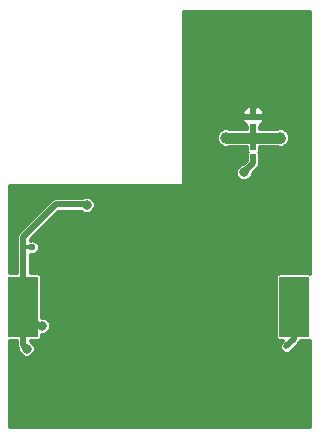
<source format=gbr>
G04 #@! TF.FileFunction,Copper,L2,Bot,Signal*
%FSLAX46Y46*%
G04 Gerber Fmt 4.6, Leading zero omitted, Abs format (unit mm)*
G04 Created by KiCad (PCBNEW 4.0.7-e2-6376~58~ubuntu16.04.1) date Sat Jul  7 10:01:01 2018*
%MOMM*%
%LPD*%
G01*
G04 APERTURE LIST*
%ADD10C,0.100000*%
%ADD11R,0.500000X0.500000*%
%ADD12C,17.800000*%
%ADD13R,2.500000X5.100000*%
%ADD14C,0.800000*%
%ADD15C,0.600000*%
%ADD16C,0.508000*%
%ADD17C,1.000000*%
%ADD18C,0.500000*%
%ADD19C,0.300000*%
%ADD20C,0.152400*%
%ADD21C,0.900000*%
%ADD22C,0.254000*%
G04 APERTURE END LIST*
D10*
D11*
X159540000Y-85160000D03*
X159540000Y-86080000D03*
X159540000Y-88660000D03*
X159540000Y-87740000D03*
D12*
X151550000Y-101310000D03*
D13*
X140100000Y-101310000D03*
X163000000Y-101310000D03*
D14*
X141705000Y-102895000D03*
D15*
X140855000Y-96270000D03*
D14*
X145450000Y-92670000D03*
D16*
X162360000Y-104640000D03*
D14*
X140370000Y-104850000D03*
X158770000Y-89930000D03*
D15*
X141080000Y-95470000D03*
X143080000Y-95470000D03*
X143080000Y-93470000D03*
D17*
X140830000Y-91470000D03*
D15*
X139080000Y-91470000D03*
D17*
X142830000Y-91470000D03*
X144830000Y-91470000D03*
X146830000Y-91470000D03*
X148830000Y-91470000D03*
X150830000Y-91470000D03*
X152830000Y-91470000D03*
X154080000Y-90720000D03*
X154080000Y-88720000D03*
X154080000Y-86720000D03*
X154080000Y-84720000D03*
X154080000Y-82720000D03*
D15*
X140830000Y-93470000D03*
X139080000Y-96220000D03*
X139080000Y-93470000D03*
X143005000Y-105320000D03*
X142680000Y-103070000D03*
X162080000Y-89720000D03*
X162690000Y-93910000D03*
X160390000Y-96300000D03*
X161080000Y-100220000D03*
X161080000Y-102220000D03*
X161080000Y-103880000D03*
X155110000Y-102760000D03*
X150460000Y-94720000D03*
X160400000Y-94020000D03*
X162080000Y-91970000D03*
X159830000Y-90130000D03*
D17*
X154110000Y-80290000D03*
D15*
X158080000Y-87950000D03*
X157830000Y-97220000D03*
X163830000Y-104470000D03*
X162080000Y-105720000D03*
X160330000Y-106220000D03*
X157830000Y-100470000D03*
X144330000Y-107970000D03*
X141330000Y-107470000D03*
X139080000Y-104470000D03*
X145120000Y-102870000D03*
X145120000Y-99310000D03*
X155080000Y-94720000D03*
X145130000Y-94770000D03*
X151550000Y-101310000D03*
X157830000Y-92720000D03*
X164130000Y-90970000D03*
X164130000Y-92970000D03*
X162330000Y-96470000D03*
X161080000Y-98220000D03*
X162330000Y-98220000D03*
X163830000Y-98220000D03*
X163830000Y-96470000D03*
X163830000Y-94970000D03*
X155830000Y-86220000D03*
X155830000Y-84220000D03*
X155830000Y-82220000D03*
X162830000Y-87970000D03*
X163830000Y-88970000D03*
X163830000Y-86970000D03*
X163830000Y-84970000D03*
X161830000Y-82970000D03*
X163830000Y-82970000D03*
X163830000Y-80970000D03*
X161830000Y-80970000D03*
X161830000Y-78970000D03*
X163830000Y-78970000D03*
X163830000Y-76970000D03*
X161830000Y-76970000D03*
D17*
X157770000Y-85400000D03*
X157840000Y-82480000D03*
X156330000Y-80220000D03*
D15*
X157970000Y-80020000D03*
D17*
X154380000Y-77050000D03*
X156320000Y-77070000D03*
X158340000Y-77030000D03*
X159970000Y-77980000D03*
X159950000Y-80480000D03*
X159990000Y-82520000D03*
X162220000Y-85760000D03*
X161830000Y-86970000D03*
X157250000Y-86970000D03*
D18*
X141405000Y-102920000D02*
X140100000Y-101615000D01*
X141680000Y-102920000D02*
X141405000Y-102920000D01*
X141705000Y-102895000D02*
X141680000Y-102920000D01*
X140100000Y-101615000D02*
X140100000Y-101310000D01*
D19*
X140100000Y-96270000D02*
X140855000Y-96270000D01*
D18*
X140100000Y-101540000D02*
X140100000Y-101310000D01*
X140100000Y-95370000D02*
X140100000Y-96270000D01*
X140100000Y-96270000D02*
X140100000Y-101310000D01*
X142830000Y-92640000D02*
X140100000Y-95370000D01*
X145420000Y-92640000D02*
X142830000Y-92640000D01*
X145450000Y-92670000D02*
X145420000Y-92640000D01*
X163000000Y-104000000D02*
X163000000Y-101310000D01*
X162360000Y-104640000D02*
X163000000Y-104000000D01*
X140100000Y-104580000D02*
X140100000Y-101310000D01*
X140370000Y-104850000D02*
X140100000Y-104580000D01*
X140100000Y-101310000D02*
X140100000Y-99400000D01*
X159540000Y-89160000D02*
X159540000Y-88660000D01*
X158770000Y-89930000D02*
X159540000Y-89160000D01*
D19*
X143080000Y-93470000D02*
X143080000Y-95470000D01*
X140830000Y-91470000D02*
X139080000Y-91470000D01*
X154110000Y-80290000D02*
X154110000Y-82690000D01*
X144830000Y-91470000D02*
X142830000Y-91470000D01*
X148830000Y-91470000D02*
X146830000Y-91470000D01*
X152830000Y-91470000D02*
X150830000Y-91470000D01*
X154080000Y-88720000D02*
X154080000Y-90720000D01*
X154080000Y-84720000D02*
X154080000Y-86720000D01*
X154110000Y-82690000D02*
X154080000Y-82720000D01*
X139080000Y-93470000D02*
X139080000Y-96220000D01*
X143005000Y-105320000D02*
X147015000Y-101310000D01*
X147015000Y-101310000D02*
X144440000Y-101310000D01*
X144440000Y-101310000D02*
X142680000Y-103070000D01*
X162630000Y-93970000D02*
X162580000Y-93970000D01*
X162690000Y-93910000D02*
X162630000Y-93970000D01*
X161080000Y-100220000D02*
X161080000Y-102220000D01*
X158510000Y-101310000D02*
X151550000Y-101310000D01*
X155110000Y-102760000D02*
X153920000Y-101310000D01*
X150460000Y-94720000D02*
X151550000Y-95810000D01*
D20*
X160400000Y-96290000D02*
X160390000Y-96300000D01*
D19*
X160400000Y-94020000D02*
X160400000Y-96290000D01*
X162080000Y-91970000D02*
X159830000Y-90130000D01*
D20*
X154110000Y-80290000D02*
X156260000Y-80290000D01*
X156260000Y-80290000D02*
X156330000Y-80220000D01*
X155260000Y-80290000D02*
X154110000Y-80290000D01*
X155330000Y-80220000D02*
X155260000Y-80290000D01*
D19*
X157830000Y-97220000D02*
X153740000Y-101310000D01*
X153740000Y-101310000D02*
X151550000Y-101310000D01*
X151550000Y-101310000D02*
X151670000Y-101310000D01*
X151670000Y-101310000D02*
X158580000Y-108220000D01*
X163830000Y-105470000D02*
X163830000Y-104470000D01*
X163580000Y-105720000D02*
X163830000Y-105470000D01*
X162080000Y-105720000D02*
X163580000Y-105720000D01*
X160330000Y-106470000D02*
X160330000Y-106220000D01*
X158580000Y-108220000D02*
X160330000Y-106470000D01*
X157830000Y-100470000D02*
X156990000Y-101310000D01*
X151550000Y-101310000D02*
X151550000Y-101500000D01*
X151550000Y-101500000D02*
X145080000Y-107970000D01*
X141830000Y-107970000D02*
X144330000Y-107970000D01*
X141330000Y-107470000D02*
X141830000Y-107970000D01*
X139080000Y-104720000D02*
X139080000Y-104470000D01*
X142330000Y-107970000D02*
X139080000Y-104720000D01*
X145080000Y-107970000D02*
X142330000Y-107970000D01*
X153920000Y-101310000D02*
X151550000Y-101310000D01*
X145120000Y-102870000D02*
X147490000Y-101310000D01*
X145580000Y-101220000D02*
X145670000Y-101310000D01*
X145120000Y-99310000D02*
X147670000Y-101310000D01*
X145580000Y-97220000D02*
X149670000Y-101310000D01*
X155080000Y-94720000D02*
X151550000Y-98250000D01*
X145130000Y-94770000D02*
X151550000Y-100690000D01*
X143830000Y-97720000D02*
X147420000Y-101310000D01*
X147420000Y-101310000D02*
X151550000Y-101310000D01*
X143830000Y-99470000D02*
X145670000Y-101310000D01*
X145670000Y-101310000D02*
X151550000Y-101310000D01*
X157830000Y-94720000D02*
X157830000Y-92720000D01*
X163830000Y-90670000D02*
X164130000Y-90970000D01*
X163830000Y-88970000D02*
X163830000Y-90670000D01*
X162330000Y-96970000D02*
X162330000Y-96470000D01*
X161080000Y-98220000D02*
X162330000Y-96970000D01*
X163830000Y-98220000D02*
X162330000Y-98220000D01*
X163830000Y-94970000D02*
X163830000Y-96470000D01*
X155830000Y-82220000D02*
X155830000Y-84220000D01*
X163830000Y-88970000D02*
X162830000Y-87970000D01*
X163830000Y-84970000D02*
X163830000Y-86970000D01*
X163830000Y-82970000D02*
X161830000Y-82970000D01*
X161830000Y-80970000D02*
X163830000Y-80970000D01*
X163830000Y-78970000D02*
X161830000Y-78970000D01*
X161830000Y-76970000D02*
X163830000Y-76970000D01*
D20*
X157770000Y-82550000D02*
X157770000Y-85400000D01*
X157840000Y-82480000D02*
X157770000Y-82550000D01*
X156510000Y-80040000D02*
X156330000Y-80220000D01*
X157900000Y-80090000D02*
X156510000Y-80040000D01*
X157970000Y-80020000D02*
X157900000Y-80090000D01*
D19*
X159950000Y-80480000D02*
X159950000Y-78000000D01*
X154380000Y-77050000D02*
X154290000Y-77050000D01*
X158300000Y-77070000D02*
X156320000Y-77070000D01*
X158340000Y-77030000D02*
X158300000Y-77070000D01*
X159950000Y-78000000D02*
X159970000Y-77980000D01*
X159950000Y-80480000D02*
X159910000Y-80480000D01*
X159990000Y-83530000D02*
X159990000Y-82520000D01*
X162220000Y-85760000D02*
X159990000Y-83530000D01*
D21*
X161830000Y-86970000D02*
X159540000Y-86970000D01*
X157250000Y-86970000D02*
X159540000Y-86970000D01*
D18*
X159540000Y-86970000D02*
X159490000Y-86970000D01*
X159490000Y-86970000D02*
X159540000Y-86970000D01*
X159540000Y-86080000D02*
X159540000Y-86970000D01*
X159540000Y-86970000D02*
X159540000Y-87740000D01*
D22*
G36*
X164393000Y-98519550D02*
X164360832Y-98497571D01*
X164250000Y-98475127D01*
X161750000Y-98475127D01*
X161646461Y-98494609D01*
X161551366Y-98555801D01*
X161487571Y-98649168D01*
X161465127Y-98760000D01*
X161465127Y-103860000D01*
X161484609Y-103963539D01*
X161545801Y-104058634D01*
X161639168Y-104122429D01*
X161750000Y-104144873D01*
X162106443Y-104144873D01*
X162067665Y-104183651D01*
X162058248Y-104187542D01*
X161908069Y-104337459D01*
X161826693Y-104533435D01*
X161826508Y-104745634D01*
X161907542Y-104941752D01*
X162057459Y-105091931D01*
X162253435Y-105173307D01*
X162465634Y-105173492D01*
X162661752Y-105092458D01*
X162811931Y-104942541D01*
X162816041Y-104932643D01*
X163374343Y-104374342D01*
X163446963Y-104265658D01*
X163489102Y-104202593D01*
X163500583Y-104144873D01*
X164250000Y-104144873D01*
X164353539Y-104125391D01*
X164393000Y-104099999D01*
X164393000Y-111483000D01*
X138897000Y-111483000D01*
X138897000Y-104144873D01*
X139570600Y-104144873D01*
X139570600Y-104580000D01*
X139610898Y-104782593D01*
X139690555Y-104901807D01*
X139690483Y-104984548D01*
X139793697Y-105234346D01*
X139984648Y-105425631D01*
X140234266Y-105529282D01*
X140504548Y-105529517D01*
X140754346Y-105426303D01*
X140945631Y-105235352D01*
X141049282Y-104985734D01*
X141049517Y-104715452D01*
X140946303Y-104465654D01*
X140755352Y-104274369D01*
X140629400Y-104222069D01*
X140629400Y-104144873D01*
X141350000Y-104144873D01*
X141453539Y-104125391D01*
X141548634Y-104064199D01*
X141612429Y-103970832D01*
X141634873Y-103860000D01*
X141634873Y-103574339D01*
X141839548Y-103574517D01*
X142089346Y-103471303D01*
X142280631Y-103280352D01*
X142384282Y-103030734D01*
X142384517Y-102760452D01*
X142281303Y-102510654D01*
X142090352Y-102319369D01*
X141840734Y-102215718D01*
X141634873Y-102215539D01*
X141634873Y-98760000D01*
X141615391Y-98656461D01*
X141554199Y-98561366D01*
X141460832Y-98497571D01*
X141350000Y-98475127D01*
X140629400Y-98475127D01*
X140629400Y-96803688D01*
X140739245Y-96849299D01*
X140969744Y-96849500D01*
X141182775Y-96761478D01*
X141345905Y-96598632D01*
X141434299Y-96385755D01*
X141434500Y-96155256D01*
X141346478Y-95942225D01*
X141183632Y-95779095D01*
X140970755Y-95690701D01*
X140740256Y-95690500D01*
X140629400Y-95736304D01*
X140629400Y-95589284D01*
X143049284Y-93169400D01*
X144988550Y-93169400D01*
X145064648Y-93245631D01*
X145314266Y-93349282D01*
X145584548Y-93349517D01*
X145834346Y-93246303D01*
X146025631Y-93055352D01*
X146129282Y-92805734D01*
X146129517Y-92535452D01*
X146026303Y-92285654D01*
X145835352Y-92094369D01*
X145585734Y-91990718D01*
X145315452Y-91990483D01*
X145065654Y-92093697D01*
X145048721Y-92110600D01*
X142830000Y-92110600D01*
X142627407Y-92150898D01*
X142455658Y-92265658D01*
X139725658Y-94995658D01*
X139610898Y-95167407D01*
X139570600Y-95370000D01*
X139570600Y-98475127D01*
X138897000Y-98475127D01*
X138897000Y-90977086D01*
X153469914Y-90987000D01*
X153519331Y-90977028D01*
X153560974Y-90948615D01*
X153588283Y-90906240D01*
X153597000Y-90860000D01*
X153597000Y-87124352D01*
X156470465Y-87124352D01*
X156588872Y-87410918D01*
X156807929Y-87630358D01*
X157094288Y-87749264D01*
X157404352Y-87749535D01*
X157525688Y-87699400D01*
X159005127Y-87699400D01*
X159005127Y-87990000D01*
X159024609Y-88093539D01*
X159085801Y-88188634D01*
X159101439Y-88199319D01*
X159091366Y-88205801D01*
X159027571Y-88299168D01*
X159005127Y-88410000D01*
X159005127Y-88910000D01*
X159010600Y-88939087D01*
X159010600Y-88940715D01*
X158700776Y-89250540D01*
X158635452Y-89250483D01*
X158385654Y-89353697D01*
X158194369Y-89544648D01*
X158090718Y-89794266D01*
X158090483Y-90064548D01*
X158193697Y-90314346D01*
X158384648Y-90505631D01*
X158634266Y-90609282D01*
X158904548Y-90609517D01*
X159154346Y-90506303D01*
X159345631Y-90315352D01*
X159449282Y-90065734D01*
X159449340Y-89999345D01*
X159914342Y-89534343D01*
X160029102Y-89362593D01*
X160030738Y-89354369D01*
X160069400Y-89160000D01*
X160069400Y-88937027D01*
X160074873Y-88910000D01*
X160074873Y-88410000D01*
X160055391Y-88306461D01*
X159994199Y-88211366D01*
X159978561Y-88200681D01*
X159988634Y-88194199D01*
X160052429Y-88100832D01*
X160074873Y-87990000D01*
X160074873Y-87699400D01*
X161554202Y-87699400D01*
X161674288Y-87749264D01*
X161984352Y-87749535D01*
X162270918Y-87631128D01*
X162490358Y-87412071D01*
X162609264Y-87125712D01*
X162609535Y-86815648D01*
X162491128Y-86529082D01*
X162272071Y-86309642D01*
X161985712Y-86190736D01*
X161675648Y-86190465D01*
X161554312Y-86240600D01*
X160074873Y-86240600D01*
X160074873Y-85979321D01*
X160149699Y-85948327D01*
X160328327Y-85769698D01*
X160425000Y-85536309D01*
X160425000Y-85443750D01*
X160266250Y-85285000D01*
X159665000Y-85285000D01*
X159665000Y-85307000D01*
X159415000Y-85307000D01*
X159415000Y-85285000D01*
X158813750Y-85285000D01*
X158655000Y-85443750D01*
X158655000Y-85536309D01*
X158751673Y-85769698D01*
X158930301Y-85948327D01*
X159005127Y-85979321D01*
X159005127Y-86240600D01*
X157525798Y-86240600D01*
X157405712Y-86190736D01*
X157095648Y-86190465D01*
X156809082Y-86308872D01*
X156589642Y-86527929D01*
X156470736Y-86814288D01*
X156470465Y-87124352D01*
X153597000Y-87124352D01*
X153597000Y-84783691D01*
X158655000Y-84783691D01*
X158655000Y-84876250D01*
X158813750Y-85035000D01*
X159415000Y-85035000D01*
X159415000Y-84433750D01*
X159665000Y-84433750D01*
X159665000Y-85035000D01*
X160266250Y-85035000D01*
X160425000Y-84876250D01*
X160425000Y-84783691D01*
X160328327Y-84550302D01*
X160149699Y-84371673D01*
X159916310Y-84275000D01*
X159823750Y-84275000D01*
X159665000Y-84433750D01*
X159415000Y-84433750D01*
X159256250Y-84275000D01*
X159163690Y-84275000D01*
X158930301Y-84371673D01*
X158751673Y-84550302D01*
X158655000Y-84783691D01*
X153597000Y-84783691D01*
X153597000Y-76287000D01*
X164393000Y-76287000D01*
X164393000Y-98519550D01*
X164393000Y-98519550D01*
G37*
X164393000Y-98519550D02*
X164360832Y-98497571D01*
X164250000Y-98475127D01*
X161750000Y-98475127D01*
X161646461Y-98494609D01*
X161551366Y-98555801D01*
X161487571Y-98649168D01*
X161465127Y-98760000D01*
X161465127Y-103860000D01*
X161484609Y-103963539D01*
X161545801Y-104058634D01*
X161639168Y-104122429D01*
X161750000Y-104144873D01*
X162106443Y-104144873D01*
X162067665Y-104183651D01*
X162058248Y-104187542D01*
X161908069Y-104337459D01*
X161826693Y-104533435D01*
X161826508Y-104745634D01*
X161907542Y-104941752D01*
X162057459Y-105091931D01*
X162253435Y-105173307D01*
X162465634Y-105173492D01*
X162661752Y-105092458D01*
X162811931Y-104942541D01*
X162816041Y-104932643D01*
X163374343Y-104374342D01*
X163446963Y-104265658D01*
X163489102Y-104202593D01*
X163500583Y-104144873D01*
X164250000Y-104144873D01*
X164353539Y-104125391D01*
X164393000Y-104099999D01*
X164393000Y-111483000D01*
X138897000Y-111483000D01*
X138897000Y-104144873D01*
X139570600Y-104144873D01*
X139570600Y-104580000D01*
X139610898Y-104782593D01*
X139690555Y-104901807D01*
X139690483Y-104984548D01*
X139793697Y-105234346D01*
X139984648Y-105425631D01*
X140234266Y-105529282D01*
X140504548Y-105529517D01*
X140754346Y-105426303D01*
X140945631Y-105235352D01*
X141049282Y-104985734D01*
X141049517Y-104715452D01*
X140946303Y-104465654D01*
X140755352Y-104274369D01*
X140629400Y-104222069D01*
X140629400Y-104144873D01*
X141350000Y-104144873D01*
X141453539Y-104125391D01*
X141548634Y-104064199D01*
X141612429Y-103970832D01*
X141634873Y-103860000D01*
X141634873Y-103574339D01*
X141839548Y-103574517D01*
X142089346Y-103471303D01*
X142280631Y-103280352D01*
X142384282Y-103030734D01*
X142384517Y-102760452D01*
X142281303Y-102510654D01*
X142090352Y-102319369D01*
X141840734Y-102215718D01*
X141634873Y-102215539D01*
X141634873Y-98760000D01*
X141615391Y-98656461D01*
X141554199Y-98561366D01*
X141460832Y-98497571D01*
X141350000Y-98475127D01*
X140629400Y-98475127D01*
X140629400Y-96803688D01*
X140739245Y-96849299D01*
X140969744Y-96849500D01*
X141182775Y-96761478D01*
X141345905Y-96598632D01*
X141434299Y-96385755D01*
X141434500Y-96155256D01*
X141346478Y-95942225D01*
X141183632Y-95779095D01*
X140970755Y-95690701D01*
X140740256Y-95690500D01*
X140629400Y-95736304D01*
X140629400Y-95589284D01*
X143049284Y-93169400D01*
X144988550Y-93169400D01*
X145064648Y-93245631D01*
X145314266Y-93349282D01*
X145584548Y-93349517D01*
X145834346Y-93246303D01*
X146025631Y-93055352D01*
X146129282Y-92805734D01*
X146129517Y-92535452D01*
X146026303Y-92285654D01*
X145835352Y-92094369D01*
X145585734Y-91990718D01*
X145315452Y-91990483D01*
X145065654Y-92093697D01*
X145048721Y-92110600D01*
X142830000Y-92110600D01*
X142627407Y-92150898D01*
X142455658Y-92265658D01*
X139725658Y-94995658D01*
X139610898Y-95167407D01*
X139570600Y-95370000D01*
X139570600Y-98475127D01*
X138897000Y-98475127D01*
X138897000Y-90977086D01*
X153469914Y-90987000D01*
X153519331Y-90977028D01*
X153560974Y-90948615D01*
X153588283Y-90906240D01*
X153597000Y-90860000D01*
X153597000Y-87124352D01*
X156470465Y-87124352D01*
X156588872Y-87410918D01*
X156807929Y-87630358D01*
X157094288Y-87749264D01*
X157404352Y-87749535D01*
X157525688Y-87699400D01*
X159005127Y-87699400D01*
X159005127Y-87990000D01*
X159024609Y-88093539D01*
X159085801Y-88188634D01*
X159101439Y-88199319D01*
X159091366Y-88205801D01*
X159027571Y-88299168D01*
X159005127Y-88410000D01*
X159005127Y-88910000D01*
X159010600Y-88939087D01*
X159010600Y-88940715D01*
X158700776Y-89250540D01*
X158635452Y-89250483D01*
X158385654Y-89353697D01*
X158194369Y-89544648D01*
X158090718Y-89794266D01*
X158090483Y-90064548D01*
X158193697Y-90314346D01*
X158384648Y-90505631D01*
X158634266Y-90609282D01*
X158904548Y-90609517D01*
X159154346Y-90506303D01*
X159345631Y-90315352D01*
X159449282Y-90065734D01*
X159449340Y-89999345D01*
X159914342Y-89534343D01*
X160029102Y-89362593D01*
X160030738Y-89354369D01*
X160069400Y-89160000D01*
X160069400Y-88937027D01*
X160074873Y-88910000D01*
X160074873Y-88410000D01*
X160055391Y-88306461D01*
X159994199Y-88211366D01*
X159978561Y-88200681D01*
X159988634Y-88194199D01*
X160052429Y-88100832D01*
X160074873Y-87990000D01*
X160074873Y-87699400D01*
X161554202Y-87699400D01*
X161674288Y-87749264D01*
X161984352Y-87749535D01*
X162270918Y-87631128D01*
X162490358Y-87412071D01*
X162609264Y-87125712D01*
X162609535Y-86815648D01*
X162491128Y-86529082D01*
X162272071Y-86309642D01*
X161985712Y-86190736D01*
X161675648Y-86190465D01*
X161554312Y-86240600D01*
X160074873Y-86240600D01*
X160074873Y-85979321D01*
X160149699Y-85948327D01*
X160328327Y-85769698D01*
X160425000Y-85536309D01*
X160425000Y-85443750D01*
X160266250Y-85285000D01*
X159665000Y-85285000D01*
X159665000Y-85307000D01*
X159415000Y-85307000D01*
X159415000Y-85285000D01*
X158813750Y-85285000D01*
X158655000Y-85443750D01*
X158655000Y-85536309D01*
X158751673Y-85769698D01*
X158930301Y-85948327D01*
X159005127Y-85979321D01*
X159005127Y-86240600D01*
X157525798Y-86240600D01*
X157405712Y-86190736D01*
X157095648Y-86190465D01*
X156809082Y-86308872D01*
X156589642Y-86527929D01*
X156470736Y-86814288D01*
X156470465Y-87124352D01*
X153597000Y-87124352D01*
X153597000Y-84783691D01*
X158655000Y-84783691D01*
X158655000Y-84876250D01*
X158813750Y-85035000D01*
X159415000Y-85035000D01*
X159415000Y-84433750D01*
X159665000Y-84433750D01*
X159665000Y-85035000D01*
X160266250Y-85035000D01*
X160425000Y-84876250D01*
X160425000Y-84783691D01*
X160328327Y-84550302D01*
X160149699Y-84371673D01*
X159916310Y-84275000D01*
X159823750Y-84275000D01*
X159665000Y-84433750D01*
X159415000Y-84433750D01*
X159256250Y-84275000D01*
X159163690Y-84275000D01*
X158930301Y-84371673D01*
X158751673Y-84550302D01*
X158655000Y-84783691D01*
X153597000Y-84783691D01*
X153597000Y-76287000D01*
X164393000Y-76287000D01*
X164393000Y-98519550D01*
M02*

</source>
